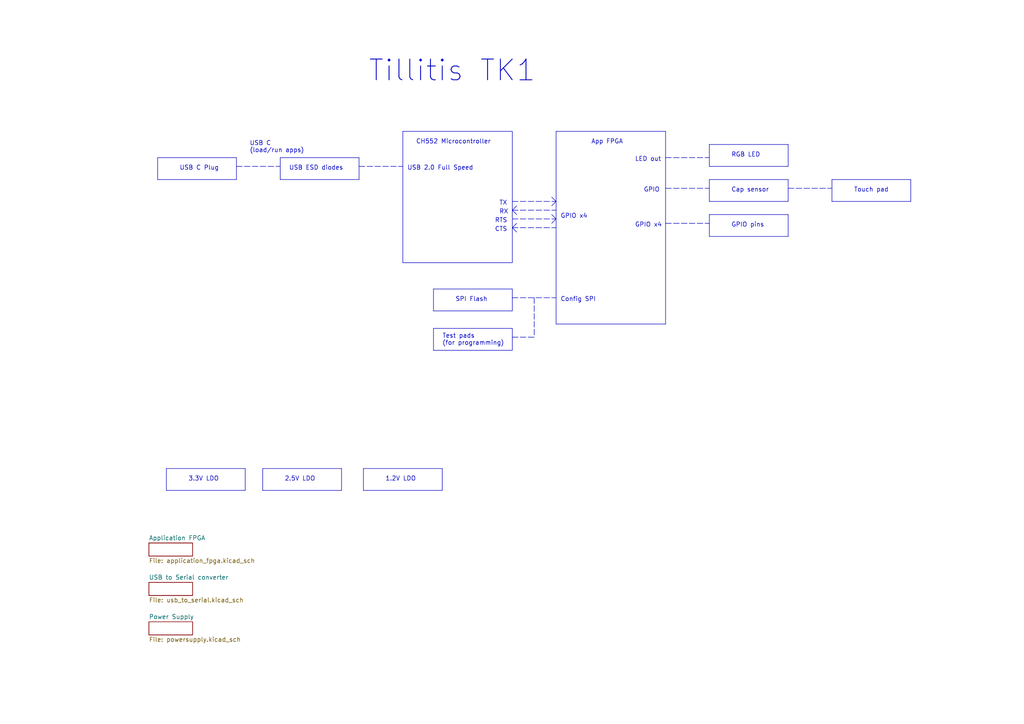
<source format=kicad_sch>
(kicad_sch (version 20211123) (generator eeschema)
  (paper "A4")
  (title_block (title "TK1") (date "2021-09-29") (rev "V1") (company "Tillitis AB") (comment 1 "2022"))
  (lib_symbols)
  (polyline (pts (xy 193.04 54.61) (xy 205.74 54.61)))
  (polyline (pts (xy 205.74 52.07) (xy 205.74 58.42)) (stroke (width 0) (type solid)))
  (polyline (pts (xy 264.16 52.07) (xy 264.16 58.42)) (stroke (width 0) (type solid)))
  (polyline (pts (xy 45.72 45.72) (xy 68.58 45.72)) (stroke (width 0) (type solid)))
  (polyline (pts (xy 149.86 59.69) (xy 148.59 60.96)))
  (polyline (pts (xy 148.59 95.25) (xy 148.59 101.6)) (stroke (width 0) (type solid)))
  (polyline (pts (xy 228.6 54.61) (xy 241.3 54.61)))
  (polyline (pts (xy 68.58 52.07) (xy 45.72 52.07)) (stroke (width 0) (type solid)))
  (polyline (pts (xy 228.6 62.23) (xy 228.6 68.58)) (stroke (width 0) (type solid)))
  (polyline (pts (xy 81.28 45.72) (xy 104.14 45.72)) (stroke (width 0) (type solid)))
  (polyline (pts (xy 68.58 45.72) (xy 68.58 52.07)) (stroke (width 0) (type solid)))
  (polyline (pts (xy 128.27 142.24) (xy 105.41 142.24)) (stroke (width 0) (type solid)))
  (polyline (pts (xy 228.6 68.58) (xy 205.74 68.58)) (stroke (width 0) (type solid)))
  (polyline (pts (xy 48.26 135.89) (xy 48.26 142.24)) (stroke (width 0) (type solid)))
  (polyline (pts (xy 149.86 62.23) (xy 148.59 60.96)))
  (polyline (pts (xy 148.59 58.42) (xy 161.29 58.42)))
  (polyline (pts (xy 148.59 90.17) (xy 125.73 90.17)) (stroke (width 0) (type solid)))
  (polyline (pts (xy 205.74 62.23) (xy 205.74 68.58)) (stroke (width 0) (type solid)))
  (polyline (pts (xy 125.73 95.25) (xy 148.59 95.25)) (stroke (width 0) (type solid)))
  (polyline (pts (xy 160.02 59.69) (xy 161.29 58.42)))
  (polyline (pts (xy 148.59 60.96) (xy 161.29 60.96)))
  (polyline (pts (xy 148.59 76.2) (xy 116.84 76.2)) (stroke (width 0) (type solid)))
  (polyline (pts (xy 125.73 95.25) (xy 125.73 101.6)) (stroke (width 0) (type solid)))
  (polyline (pts (xy 48.26 135.89) (xy 71.12 135.89)) (stroke (width 0) (type solid)))
  (polyline (pts (xy 104.14 52.07) (xy 81.28 52.07)) (stroke (width 0) (type solid)))
  (polyline (pts (xy 68.58 48.26) (xy 81.28 48.26)))
  (polyline (pts (xy 161.29 38.1) (xy 193.04 38.1)) (stroke (width 0) (type solid)))
  (polyline (pts (xy 228.6 58.42) (xy 205.74 58.42)) (stroke (width 0) (type solid)))
  (polyline (pts (xy 125.73 83.82) (xy 148.59 83.82)) (stroke (width 0) (type solid)))
  (polyline (pts (xy 71.12 135.89) (xy 71.12 142.24)) (stroke (width 0) (type solid)))
  (polyline (pts (xy 99.06 135.89) (xy 99.06 142.24)) (stroke (width 0) (type solid)))
  (polyline (pts (xy 193.04 45.72) (xy 205.74 45.72)))
  (polyline (pts (xy 149.86 67.31) (xy 148.59 66.04)))
  (polyline (pts (xy 205.74 52.07) (xy 228.6 52.07)) (stroke (width 0) (type solid)))
  (polyline (pts (xy 160.02 57.15) (xy 161.29 58.42)))
  (polyline (pts (xy 45.72 45.72) (xy 45.72 52.07)) (stroke (width 0) (type solid)))
  (polyline (pts (xy 116.84 38.1) (xy 148.59 38.1)) (stroke (width 0) (type solid)))
  (polyline (pts (xy 148.59 66.04) (xy 161.29 66.04)))
  (polyline (pts (xy 148.59 63.5) (xy 161.29 63.5)))
  (polyline (pts (xy 193.04 64.77) (xy 205.74 64.77)))
  (polyline (pts (xy 193.04 93.98) (xy 161.29 93.98)) (stroke (width 0) (type solid)))
  (polyline (pts (xy 241.3 52.07) (xy 241.3 58.42)) (stroke (width 0) (type solid)))
  (polyline (pts (xy 228.6 41.91) (xy 228.6 48.26)) (stroke (width 0) (type solid)))
  (polyline (pts (xy 205.74 41.91) (xy 228.6 41.91)) (stroke (width 0) (type solid)))
  (polyline (pts (xy 228.6 48.26) (xy 205.74 48.26)) (stroke (width 0) (type solid)))
  (polyline (pts (xy 71.12 142.24) (xy 48.26 142.24)) (stroke (width 0) (type solid)))
  (polyline (pts (xy 264.16 58.42) (xy 241.3 58.42)) (stroke (width 0) (type solid)))
  (polyline (pts (xy 148.59 101.6) (xy 125.73 101.6)) (stroke (width 0) (type solid)))
  (polyline (pts (xy 81.28 45.72) (xy 81.28 52.07)) (stroke (width 0) (type solid)))
  (polyline (pts (xy 99.06 142.24) (xy 76.2 142.24)) (stroke (width 0) (type solid)))
  (polyline (pts (xy 148.59 86.36) (xy 161.29 86.36)))
  (polyline (pts (xy 116.84 38.1) (xy 116.84 76.2)) (stroke (width 0) (type solid)))
  (polyline (pts (xy 125.73 83.82) (xy 125.73 90.17)) (stroke (width 0) (type solid)))
  (polyline (pts (xy 105.41 135.89) (xy 105.41 142.24)) (stroke (width 0) (type solid)))
  (polyline (pts (xy 148.59 83.82) (xy 148.59 90.17)) (stroke (width 0) (type solid)))
  (polyline (pts (xy 148.59 97.79) (xy 154.94 97.79)))
  (polyline (pts (xy 154.94 86.36) (xy 154.94 97.79)))
  (polyline (pts (xy 241.3 52.07) (xy 264.16 52.07)) (stroke (width 0) (type solid)))
  (polyline (pts (xy 104.14 48.26) (xy 116.84 48.26)))
  (polyline (pts (xy 104.14 45.72) (xy 104.14 52.07)) (stroke (width 0) (type solid)))
  (polyline (pts (xy 228.6 52.07) (xy 228.6 58.42)) (stroke (width 0) (type solid)))
  (polyline (pts (xy 193.04 38.1) (xy 193.04 93.98)) (stroke (width 0) (type solid)))
  (polyline (pts (xy 148.59 38.1) (xy 148.59 76.2)) (stroke (width 0) (type solid)))
  (polyline (pts (xy 105.41 135.89) (xy 128.27 135.89)) (stroke (width 0) (type solid)))
  (polyline (pts (xy 161.29 38.1) (xy 161.29 93.98)) (stroke (width 0) (type solid)))
  (polyline (pts (xy 205.74 62.23) (xy 228.6 62.23)) (stroke (width 0) (type solid)))
  (polyline (pts (xy 76.2 135.89) (xy 99.06 135.89)) (stroke (width 0) (type solid)))
  (polyline (pts (xy 149.86 64.77) (xy 148.59 66.04)))
  (polyline (pts (xy 205.74 41.91) (xy 205.74 48.26)) (stroke (width 0) (type solid)))
  (polyline (pts (xy 160.02 62.23) (xy 161.29 63.5)))
  (polyline (pts (xy 160.02 64.77) (xy 161.29 63.5)))
  (polyline (pts (xy 76.2 135.89) (xy 76.2 142.24)) (stroke (width 0) (type solid)))
  (polyline (pts (xy 128.27 135.89) (xy 128.27 142.24)) (stroke (width 0) (type solid)))
  (text "USB ESD diodes" (at 83.82 49.53 0) (effects (font (size 1.27 1.27)) (justify left bottom)))
  (text "Touch pad" (at 247.65 55.88 0) (effects (font (size 1.27 1.27)) (justify left bottom)))
  (text "RX" (at 144.78 62.23 0) (effects (font (size 1.27 1.27)) (justify left bottom)))
  (text "GPIO x4" (at 184.15 66.04 0) (effects (font (size 1.27 1.27)) (justify left bottom)))
  (text "GPIO pins" (at 212.09 66.04 0) (effects (font (size 1.27 1.27)) (justify left bottom)))
  (text "Cap sensor" (at 212.09 55.88 0) (effects (font (size 1.27 1.27)) (justify left bottom)))
  (text "USB 2.0 Full Speed" (at 118.11 49.53 0) (effects (font (size 1.27 1.27)) (justify left bottom)))
  (text "RTS" (at 143.51 64.77 0) (effects (font (size 1.27 1.27)) (justify left bottom)))
  (text "USB C Plug" (at 52.07 49.53 0) (effects (font (size 1.27 1.27)) (justify left bottom)))
  (text "CH552 Microcontroller" (at 120.65 41.91 0) (effects (font (size 1.27 1.27)) (justify left bottom)))
  (text "RGB LED" (at 212.09 45.72 0) (effects (font (size 1.27 1.27)) (justify left bottom)))
  (text "USB C\n(load/run apps)" (at 72.39 44.45 0) (effects (font (size 1.27 1.27)) (justify left bottom)))
  (text "1.2V LDO" (at 111.76 139.7 0) (effects (font (size 1.27 1.27)) (justify left bottom)))
  (text "GPIO x4" (at 162.56 63.5 0) (effects (font (size 1.27 1.27)) (justify left bottom)))
  (text "3.3V LDO" (at 54.61 139.7 0) (effects (font (size 1.27 1.27)) (justify left bottom)))
  (text "CTS" (at 143.51 67.31 0) (effects (font (size 1.27 1.27)) (justify left bottom)))
  (text "2.5V LDO" (at 82.55 139.7 0) (effects (font (size 1.27 1.27)) (justify left bottom)))
  (text "App FPGA" (at 171.45 41.91 0) (effects (font (size 1.27 1.27)) (justify left bottom)))
  (text "Config SPI" (at 162.56 87.63 0) (effects (font (size 1.27 1.27)) (justify left bottom)))
  (text "Tillitis TK1" (at 106.68 24.13 0) (effects (font (size 6 6) (thickness 0.254) bold) (justify left bottom)))
  (text "TX" (at 144.78 59.69 0) (effects (font (size 1.27 1.27)) (justify left bottom)))
  (text "SPI Flash" (at 132.08 87.63 0) (effects (font (size 1.27 1.27)) (justify left bottom)))
  (text "GPIO" (at 186.69 55.88 0) (effects (font (size 1.27 1.27)) (justify left bottom)))
  (text "LED out" (at 184.15 46.99 0) (effects (font (size 1.27 1.27)) (justify left bottom)))
  (text "Test pads\n(for programming)" (at 128.27 100.33 0) (effects (font (size 1.27 1.27)) (justify left bottom)))
  (sheet (at 43.18 180.34) (size 12.7 3.81)
    (property "Sheet name" "Power Supply" (at 43.18 179.6284 0) (effects (justify left bottom)))
    (property "Sheet file" "powersupply.kicad_sch" (at 43.18 184.7346 0) (effects (justify left top)))
  )
  (sheet (at 43.18 157.48) (size 12.7 3.81)
    (property "Sheet name" "Application FPGA" (at 43.18 156.7684 0) (effects (justify left bottom)))
    (property "Sheet file" "application_fpga.kicad_sch" (at 43.18 161.8746 0) (effects (justify left top)))
  )
  (sheet (at 43.18 168.91) (size 12.7 3.81)
    (property "Sheet name" "USB to Serial converter" (at 43.18 168.1984 0) (effects (justify left bottom)))
    (property "Sheet file" "usb_to_serial.kicad_sch" (at 43.18 173.3046 0) (effects (justify left top)))
  )
)
</source>
